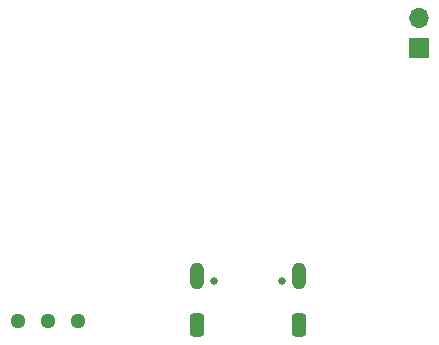
<source format=gbr>
%TF.GenerationSoftware,KiCad,Pcbnew,8.0.1*%
%TF.CreationDate,2024-05-16T13:46:45+01:00*%
%TF.ProjectId,f1-led-circuit,66312d6c-6564-42d6-9369-72637569742e,v1.0*%
%TF.SameCoordinates,Original*%
%TF.FileFunction,Soldermask,Bot*%
%TF.FilePolarity,Negative*%
%FSLAX46Y46*%
G04 Gerber Fmt 4.6, Leading zero omitted, Abs format (unit mm)*
G04 Created by KiCad (PCBNEW 8.0.1) date 2024-05-16 13:46:45*
%MOMM*%
%LPD*%
G01*
G04 APERTURE LIST*
G04 Aperture macros list*
%AMRoundRect*
0 Rectangle with rounded corners*
0 $1 Rounding radius*
0 $2 $3 $4 $5 $6 $7 $8 $9 X,Y pos of 4 corners*
0 Add a 4 corners polygon primitive as box body*
4,1,4,$2,$3,$4,$5,$6,$7,$8,$9,$2,$3,0*
0 Add four circle primitives for the rounded corners*
1,1,$1+$1,$2,$3*
1,1,$1+$1,$4,$5*
1,1,$1+$1,$6,$7*
1,1,$1+$1,$8,$9*
0 Add four rect primitives between the rounded corners*
20,1,$1+$1,$2,$3,$4,$5,0*
20,1,$1+$1,$4,$5,$6,$7,0*
20,1,$1+$1,$6,$7,$8,$9,0*
20,1,$1+$1,$8,$9,$2,$3,0*%
G04 Aperture macros list end*
%ADD10C,0.650000*%
%ADD11O,1.204000X2.304000*%
%ADD12RoundRect,0.301000X-0.301000X-0.701000X0.301000X-0.701000X0.301000X0.701000X-0.301000X0.701000X0*%
%ADD13R,1.700000X1.700000*%
%ADD14O,1.700000X1.700000*%
%ADD15C,1.295400*%
G04 APERTURE END LIST*
D10*
%TO.C,J1*%
X145432500Y-143357500D03*
X151212500Y-143357500D03*
D11*
X144002500Y-142857500D03*
X152642500Y-142857500D03*
D12*
X144002500Y-147037500D03*
X152642500Y-147037500D03*
%TD*%
D13*
%TO.C,JP1*%
X162825000Y-123575000D03*
D14*
X162825000Y-121035000D03*
%TD*%
D15*
%TO.C,SW3*%
X128870000Y-146700000D03*
X131410000Y-146700000D03*
X133950000Y-146700000D03*
%TD*%
M02*

</source>
